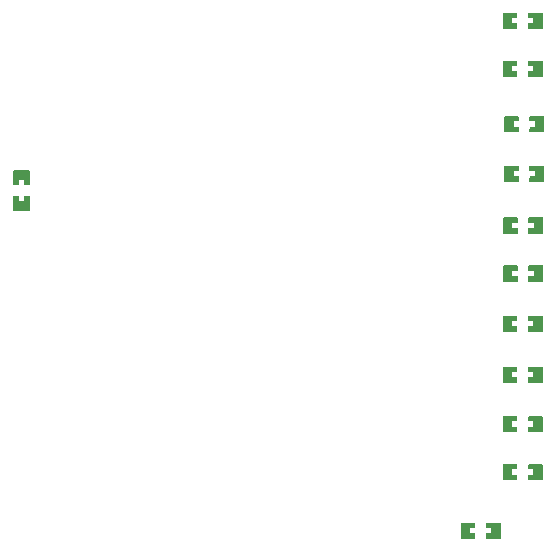
<source format=gbp>
G04 Layer: BottomPasteMaskLayer*
G04 EasyEDA v6.5.39, 2024-01-24 12:43:59*
G04 deea6d9213314a98b6ebed6103c3b4d4,cb1d8df9e4d043698efa6217e4288dd5,10*
G04 Gerber Generator version 0.2*
G04 Scale: 100 percent, Rotated: No, Reflected: No *
G04 Dimensions in millimeters *
G04 leading zeros omitted , absolute positions ,4 integer and 5 decimal *
%FSLAX45Y45*%
%MOMM*%

%ADD10C,0.0001*%

%LPD*%
G36*
X8801201Y12565786D02*
G01*
X8796172Y12560808D01*
X8796172Y12432792D01*
X8801201Y12427813D01*
X8916212Y12427813D01*
X8921191Y12432792D01*
X8921699Y12473787D01*
X8876690Y12473787D01*
X8876690Y12518796D01*
X8920683Y12518796D01*
X8921191Y12560808D01*
X8916212Y12565786D01*
G37*
G36*
X9016187Y12565786D02*
G01*
X9011208Y12560808D01*
X9011208Y12518796D01*
X9055709Y12518796D01*
X9055709Y12473787D01*
X9011716Y12473787D01*
X9011208Y12432792D01*
X9016187Y12427813D01*
X9131198Y12427813D01*
X9136176Y12432792D01*
X9136176Y12560808D01*
X9131198Y12565786D01*
G37*
G36*
X9016187Y11714886D02*
G01*
X9011208Y11709908D01*
X9010700Y11668912D01*
X9055709Y11668912D01*
X9055709Y11623903D01*
X9011716Y11623903D01*
X9011208Y11581892D01*
X9016187Y11576913D01*
X9131198Y11576913D01*
X9136227Y11581892D01*
X9136227Y11709908D01*
X9131198Y11714886D01*
G37*
G36*
X8801201Y11714886D02*
G01*
X8796223Y11709908D01*
X8796223Y11581892D01*
X8801201Y11576913D01*
X8916212Y11576913D01*
X8921191Y11581892D01*
X8921191Y11623903D01*
X8876690Y11623903D01*
X8876690Y11668912D01*
X8920683Y11668912D01*
X8921191Y11709908D01*
X8916212Y11714886D01*
G37*
G36*
X9016187Y12133986D02*
G01*
X9011208Y12129008D01*
X9010700Y12088012D01*
X9055709Y12088012D01*
X9055709Y12043003D01*
X9011716Y12043003D01*
X9011208Y12000992D01*
X9016187Y11996013D01*
X9131198Y11996013D01*
X9136227Y12000992D01*
X9136227Y12129008D01*
X9131198Y12133986D01*
G37*
G36*
X8801201Y12133986D02*
G01*
X8796223Y12129008D01*
X8796223Y12000992D01*
X8801201Y11996013D01*
X8916212Y11996013D01*
X8921191Y12000992D01*
X8921191Y12043003D01*
X8876690Y12043003D01*
X8876690Y12088012D01*
X8920683Y12088012D01*
X8921191Y12129008D01*
X8916212Y12133986D01*
G37*
G36*
X8660587Y10813186D02*
G01*
X8655608Y10808208D01*
X8655100Y10767212D01*
X8700109Y10767212D01*
X8700109Y10722203D01*
X8656116Y10722203D01*
X8655608Y10680192D01*
X8660587Y10675213D01*
X8775598Y10675213D01*
X8780627Y10680192D01*
X8780627Y10808208D01*
X8775598Y10813186D01*
G37*
G36*
X8445601Y10813186D02*
G01*
X8440623Y10808208D01*
X8440623Y10680192D01*
X8445601Y10675213D01*
X8560612Y10675213D01*
X8565591Y10680192D01*
X8565591Y10722203D01*
X8521090Y10722203D01*
X8521090Y10767212D01*
X8565083Y10767212D01*
X8565591Y10808208D01*
X8560612Y10813186D01*
G37*
G36*
X9016187Y11308486D02*
G01*
X9011208Y11303508D01*
X9010700Y11262512D01*
X9055709Y11262512D01*
X9055709Y11217503D01*
X9011716Y11217503D01*
X9011208Y11175492D01*
X9016187Y11170513D01*
X9131198Y11170513D01*
X9136227Y11175492D01*
X9136227Y11303508D01*
X9131198Y11308486D01*
G37*
G36*
X8801201Y11308486D02*
G01*
X8796223Y11303508D01*
X8796223Y11175492D01*
X8801201Y11170513D01*
X8916212Y11170513D01*
X8921191Y11175492D01*
X8921191Y11217503D01*
X8876690Y11217503D01*
X8876690Y11262512D01*
X8920683Y11262512D01*
X8921191Y11303508D01*
X8916212Y11308486D01*
G37*
G36*
X9028887Y13835786D02*
G01*
X9023908Y13830807D01*
X9023400Y13789812D01*
X9068409Y13789812D01*
X9068409Y13744803D01*
X9024416Y13744803D01*
X9023908Y13702792D01*
X9028887Y13697813D01*
X9143898Y13697813D01*
X9148927Y13702792D01*
X9148927Y13830807D01*
X9143898Y13835786D01*
G37*
G36*
X8813901Y13835786D02*
G01*
X8808923Y13830807D01*
X8808923Y13702792D01*
X8813901Y13697813D01*
X8928912Y13697813D01*
X8933891Y13702792D01*
X8933891Y13744803D01*
X8889390Y13744803D01*
X8889390Y13789812D01*
X8933383Y13789812D01*
X8933891Y13830807D01*
X8928912Y13835786D01*
G37*
G36*
X8804554Y12989712D02*
G01*
X8799576Y12984734D01*
X8799576Y12856718D01*
X8804554Y12851739D01*
X8919565Y12851739D01*
X8924594Y12856718D01*
X8925102Y12897713D01*
X8880094Y12897713D01*
X8880094Y12942722D01*
X8924086Y12942722D01*
X8924594Y12984734D01*
X8919565Y12989712D01*
G37*
G36*
X9019590Y12989712D02*
G01*
X9014561Y12984734D01*
X9014561Y12942722D01*
X9059062Y12942722D01*
X9059062Y12897713D01*
X9015069Y12897713D01*
X9014561Y12856718D01*
X9019590Y12851739D01*
X9134551Y12851739D01*
X9139580Y12856718D01*
X9139580Y12984734D01*
X9134551Y12989712D01*
G37*
G36*
X9016187Y15131186D02*
G01*
X9011208Y15126207D01*
X9010700Y15085212D01*
X9055709Y15085212D01*
X9055709Y15040203D01*
X9011716Y15040203D01*
X9011208Y14998192D01*
X9016187Y14993213D01*
X9131198Y14993213D01*
X9136227Y14998192D01*
X9136227Y15126207D01*
X9131198Y15131186D01*
G37*
G36*
X8801201Y15131186D02*
G01*
X8796223Y15126207D01*
X8796223Y14998192D01*
X8801201Y14993213D01*
X8916212Y14993213D01*
X8921191Y14998192D01*
X8921191Y15040203D01*
X8876690Y15040203D01*
X8876690Y15085212D01*
X8920683Y15085212D01*
X8921191Y15126207D01*
X8916212Y15131186D01*
G37*
G36*
X9016187Y14724786D02*
G01*
X9011208Y14719807D01*
X9010700Y14678812D01*
X9055709Y14678812D01*
X9055709Y14633803D01*
X9011716Y14633803D01*
X9011208Y14591792D01*
X9016187Y14586813D01*
X9131198Y14586813D01*
X9136227Y14591792D01*
X9136227Y14719807D01*
X9131198Y14724786D01*
G37*
G36*
X8801201Y14724786D02*
G01*
X8796223Y14719807D01*
X8796223Y14591792D01*
X8801201Y14586813D01*
X8916212Y14586813D01*
X8921191Y14591792D01*
X8921191Y14633803D01*
X8876690Y14633803D01*
X8876690Y14678812D01*
X8920683Y14678812D01*
X8921191Y14719807D01*
X8916212Y14724786D01*
G37*
G36*
X9028887Y14254886D02*
G01*
X9023908Y14249907D01*
X9023400Y14208912D01*
X9068409Y14208912D01*
X9068409Y14163903D01*
X9024416Y14163903D01*
X9023908Y14121892D01*
X9028887Y14116913D01*
X9143898Y14116913D01*
X9148927Y14121892D01*
X9148927Y14249907D01*
X9143898Y14254886D01*
G37*
G36*
X8813901Y14254886D02*
G01*
X8808923Y14249907D01*
X8808923Y14121892D01*
X8813901Y14116913D01*
X8928912Y14116913D01*
X8933891Y14121892D01*
X8933891Y14163903D01*
X8889390Y14163903D01*
X8889390Y14208912D01*
X8933383Y14208912D01*
X8933891Y14249907D01*
X8928912Y14254886D01*
G37*
G36*
X8804554Y13396112D02*
G01*
X8799576Y13391134D01*
X8799576Y13263118D01*
X8804554Y13258139D01*
X8919565Y13258139D01*
X8924594Y13263118D01*
X8925102Y13304113D01*
X8880094Y13304113D01*
X8880094Y13349122D01*
X8924086Y13349122D01*
X8924594Y13391134D01*
X8919565Y13396112D01*
G37*
G36*
X9019590Y13396112D02*
G01*
X9014561Y13391134D01*
X9014561Y13349122D01*
X9059062Y13349122D01*
X9059062Y13304113D01*
X9015069Y13304113D01*
X9014561Y13263118D01*
X9019590Y13258139D01*
X9134551Y13258139D01*
X9139580Y13263118D01*
X9139580Y13391134D01*
X9134551Y13396112D01*
G37*
G36*
X4658410Y13794587D02*
G01*
X4653381Y13789609D01*
X4653381Y13674598D01*
X4658410Y13669619D01*
X4699406Y13669111D01*
X4699406Y13714120D01*
X4744415Y13714120D01*
X4744415Y13670076D01*
X4786376Y13669619D01*
X4791405Y13674598D01*
X4791405Y13789609D01*
X4786376Y13794587D01*
G37*
G36*
X4658410Y13579601D02*
G01*
X4653381Y13574623D01*
X4653381Y13459612D01*
X4658410Y13454583D01*
X4786376Y13454583D01*
X4791405Y13459612D01*
X4791405Y13574623D01*
X4786376Y13579601D01*
X4744415Y13579601D01*
X4744415Y13535101D01*
X4699406Y13535101D01*
X4699406Y13579094D01*
G37*
M02*

</source>
